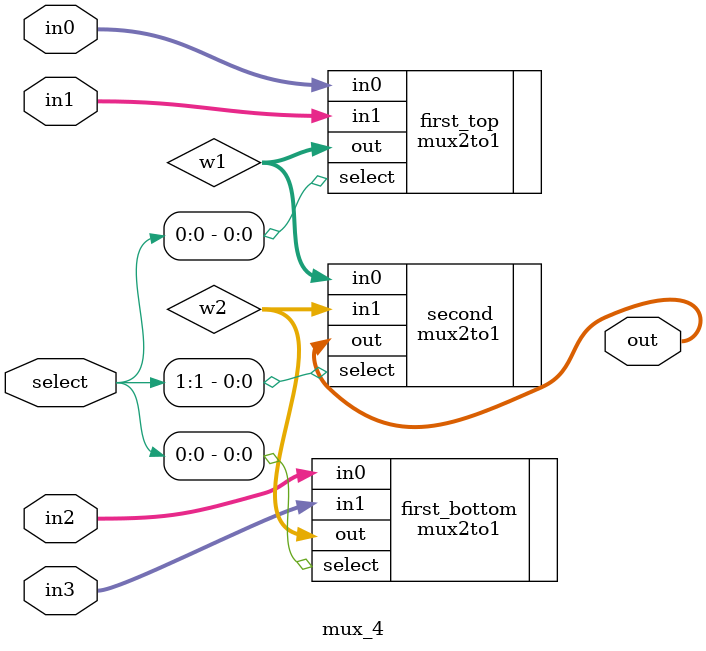
<source format=v>
module mux_4(select, in0, in1, in2, in3, out);
input [1:0] select;
input [31:0] in0, in1, in2, in3;
output [31:0] out;
wire [31:0] w1, w2;
mux2to1 first_top(.select(select[0]), .in0(in0), .in1(in1), .out(w1));
mux2to1 first_bottom(.select(select[0]), .in0(in2), .in1(in3), .out(w2));
mux2to1 second(.select(select[1]), .in0(w1), .in1(w2), .out(out));
endmodule

</source>
